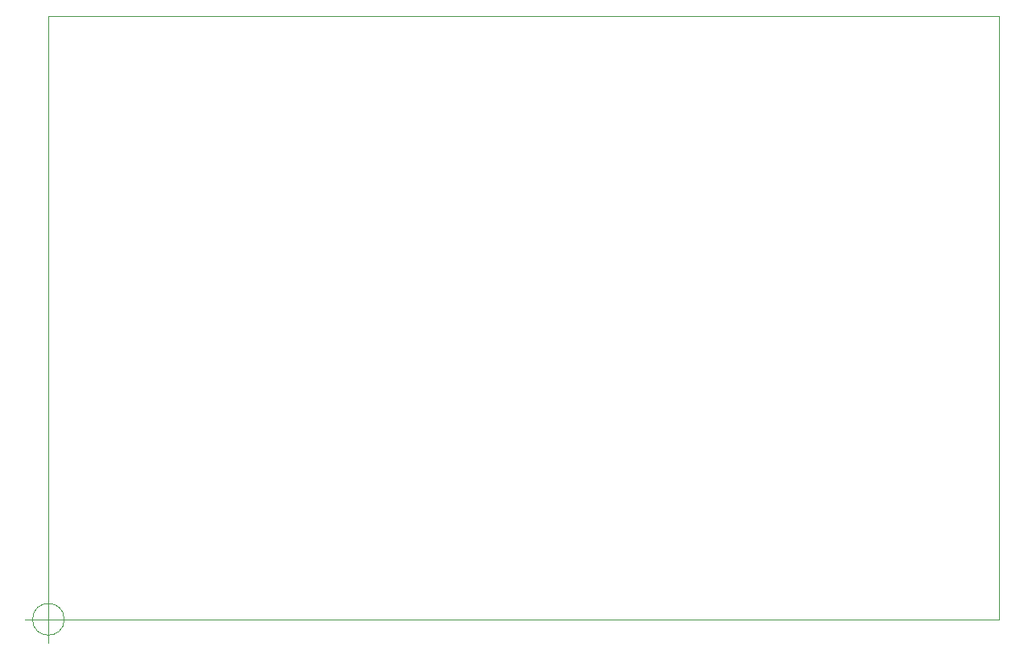
<source format=gm1>
%TF.GenerationSoftware,KiCad,Pcbnew,(5.1.9-0-10_14)*%
%TF.CreationDate,2022-01-19T22:12:48+09:00*%
%TF.ProjectId,BalancedDriverBoard,42616c61-6e63-4656-9444-726976657242,rev?*%
%TF.SameCoordinates,Original*%
%TF.FileFunction,Profile,NP*%
%FSLAX45Y45*%
G04 Gerber Fmt 4.5, Leading zero omitted, Abs format (unit mm)*
G04 Created by KiCad (PCBNEW (5.1.9-0-10_14)) date 2022-01-19 22:12:48*
%MOMM*%
%LPD*%
G01*
G04 APERTURE LIST*
%TA.AperFunction,Profile*%
%ADD10C,0.050000*%
%TD*%
G04 APERTURE END LIST*
D10*
X5166667Y-14950000D02*
G75*
G03*
X5166667Y-14950000I-166667J0D01*
G01*
X4750000Y-14950000D02*
X5250000Y-14950000D01*
X5000000Y-14700000D02*
X5000000Y-15200000D01*
X15000000Y-8600000D02*
X5000000Y-8600000D01*
X15000000Y-14950000D02*
X15000000Y-8600000D01*
X5000000Y-14950000D02*
X15000000Y-14950000D01*
X5000000Y-8600000D02*
X5000000Y-14950000D01*
M02*

</source>
